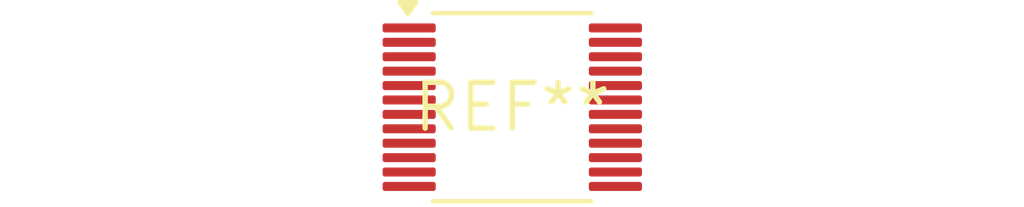
<source format=kicad_pcb>
(kicad_pcb (version 20240108) (generator pcbnew)
  (layers (0 "F.Cu" signal) (31 "B.Cu" signal) (34 "B.Paste" user) (35 "F.Paste" user) (36 "B.SilkS" user "B.Silkscreen") (37 "F.SilkS" user "F.Silkscreen") (38 "B.Mask" user) (39 "F.Mask" user) (44 "Edge.Cuts" user))
  (net 0 "")
  (footprint "TSSOP-24_4.4x5mm_P0.4mm" (layer "F.Cu") (at 0 0)
    (property "Reference" "REF**")
    (property "Value" "TSSOP-24_4.4x5mm_P0.4mm")
    (fp_line (start 0 -2.61) (end -2.2 -2.61) (layer "F.SilkS") (stroke (width 0.12)))
    (fp_line (start 0 -2.61) (end 2.2 -2.61) (layer "F.SilkS") (stroke (width 0.12)))
    (fp_line (start 0 2.61) (end -2.2 2.61) (layer "F.SilkS") (stroke (width 0.12)))
    (fp_line (start 0 2.61) (end 2.2 2.61) (layer "F.SilkS") (stroke (width 0.12)))
    (fp_poly (pts (xy -2.9 -2.585) (xy -3.14 -2.915) (xy -2.66 -2.915) (xy -2.9 -2.585)) (layer "F.SilkS") (stroke (width 0.12)) (fill solid))
    (pad "1" smd roundrect (at -2.8625 -2.2) (size 1.475 0.25) (layers "F.Cu" "F.Paste" "F.Mask"))
    (pad "2" smd roundrect (at -2.8625 -1.8) (size 1.475 0.25) (layers "F.Cu" "F.Paste" "F.Mask"))
    (pad "3" smd roundrect (at -2.8625 -1.4) (size 1.475 0.25) (layers "F.Cu" "F.Paste" "F.Mask"))
    (pad "4" smd roundrect (at -2.8625 -1) (size 1.475 0.25) (layers "F.Cu" "F.Paste" "F.Mask"))
    (pad "5" smd roundrect (at -2.8625 -0.6) (size 1.475 0.25) (layers "F.Cu" "F.Paste" "F.Mask"))
    (pad "6" smd roundrect (at -2.8625 -0.2) (size 1.475 0.25) (layers "F.Cu" "F.Paste" "F.Mask"))
    (pad "7" smd roundrect (at -2.8625 0.2) (size 1.475 0.25) (layers "F.Cu" "F.Paste" "F.Mask"))
    (pad "8" smd roundrect (at -2.8625 0.6) (size 1.475 0.25) (layers "F.Cu" "F.Paste" "F.Mask"))
    (pad "9" smd roundrect (at -2.8625 1) (size 1.475 0.25) (layers "F.Cu" "F.Paste" "F.Mask"))
    (pad "10" smd roundrect (at -2.8625 1.4) (size 1.475 0.25) (layers "F.Cu" "F.Paste" "F.Mask"))
    (pad "11" smd roundrect (at -2.8625 1.8) (size 1.475 0.25) (layers "F.Cu" "F.Paste" "F.Mask"))
    (pad "12" smd roundrect (at -2.8625 2.2) (size 1.475 0.25) (layers "F.Cu" "F.Paste" "F.Mask"))
    (pad "13" smd roundrect (at 2.8625 2.2) (size 1.475 0.25) (layers "F.Cu" "F.Paste" "F.Mask"))
    (pad "14" smd roundrect (at 2.8625 1.8) (size 1.475 0.25) (layers "F.Cu" "F.Paste" "F.Mask"))
    (pad "15" smd roundrect (at 2.8625 1.4) (size 1.475 0.25) (layers "F.Cu" "F.Paste" "F.Mask"))
    (pad "16" smd roundrect (at 2.8625 1) (size 1.475 0.25) (layers "F.Cu" "F.Paste" "F.Mask"))
    (pad "17" smd roundrect (at 2.8625 0.6) (size 1.475 0.25) (layers "F.Cu" "F.Paste" "F.Mask"))
    (pad "18" smd roundrect (at 2.8625 0.2) (size 1.475 0.25) (layers "F.Cu" "F.Paste" "F.Mask"))
    (pad "19" smd roundrect (at 2.8625 -0.2) (size 1.475 0.25) (layers "F.Cu" "F.Paste" "F.Mask"))
    (pad "20" smd roundrect (at 2.8625 -0.6) (size 1.475 0.25) (layers "F.Cu" "F.Paste" "F.Mask"))
    (pad "21" smd roundrect (at 2.8625 -1) (size 1.475 0.25) (layers "F.Cu" "F.Paste" "F.Mask"))
    (pad "22" smd roundrect (at 2.8625 -1.4) (size 1.475 0.25) (layers "F.Cu" "F.Paste" "F.Mask"))
    (pad "23" smd roundrect (at 2.8625 -1.8) (size 1.475 0.25) (layers "F.Cu" "F.Paste" "F.Mask"))
    (pad "24" smd roundrect (at 2.8625 -2.2) (size 1.475 0.25) (layers "F.Cu" "F.Paste" "F.Mask"))
  )
)
</source>
